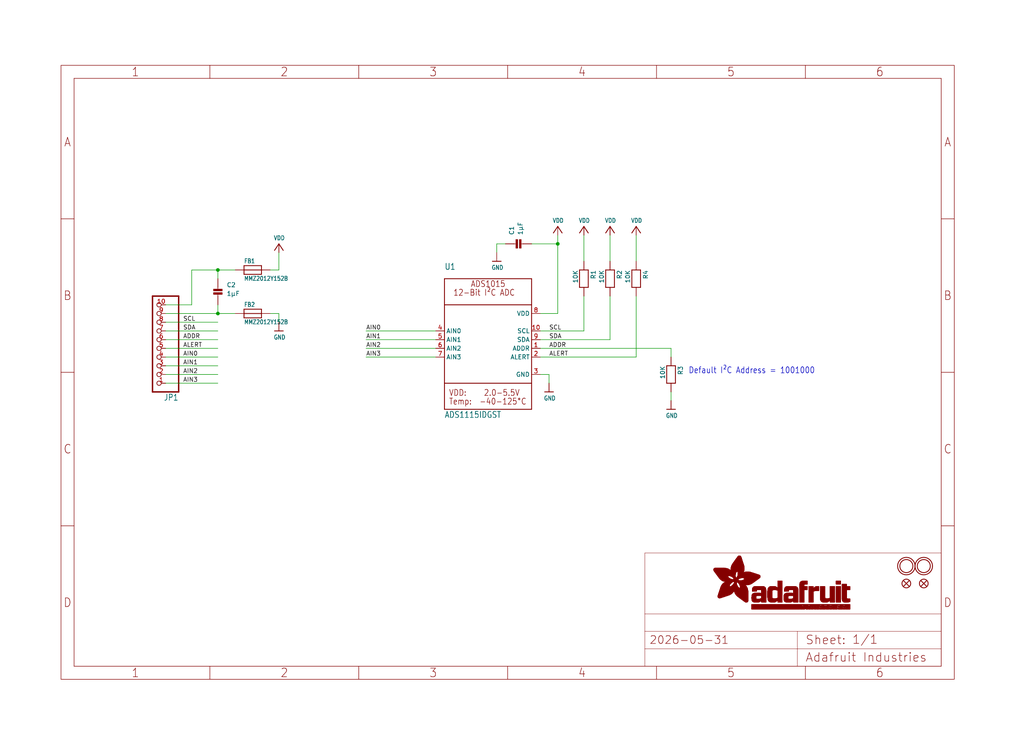
<source format=kicad_sch>
(kicad_sch (version 20231120) (generator "eeschema") (generator_version "8.0")
  (paper "User" 298.45 217.322)
  (lib_symbols
    (symbol "Adafruit_ADS1115_16Bit_I2C_ADC-eagle-import:microbuilder_ADC_ADS1015"
      (property "Reference" "U" (at -12.7 20.32 0))
      (symbol "microbuilder_ADC_ADS1015_1_0"
        (text "-40-125°C" (at -2.54 -19.05 0) (effects (font (size 1.778 1.5113)) (justify left bottom)))
        (text "12-Bit I²C ADC" (at -10.16 12.7 0) (effects (font (size 1.778 1.5113)) (justify left bottom)))
        (text "2.0-5.5V" (at -1.27 -16.51 0) (effects (font (size 1.778 1.5113)) (justify left bottom)))
        (text "ADS1015" (at -5.08 15.24 0) (effects (font (size 1.778 1.5113)) (justify left bottom)))
        (text "Temp:" (at -11.43 -19.05 0) (effects (font (size 1.778 1.5113)) (justify left bottom)))
        (text "VDD:" (at -11.43 -16.51 0) (effects (font (size 1.778 1.5113)) (justify left bottom)))
        (pin bidirectional line (at 15.24 -2.54 180) (length 2.54) (name "ADDR") (number "1"))
        (pin bidirectional line (at 15.24 2.54 180) (length 2.54) (name "SCL") (number "10"))
        (pin bidirectional line (at 15.24 -5.08 180) (length 2.54) (name "ALERT") (number "2"))
        (pin bidirectional line (at 15.24 -10.16 180) (length 2.54) (name "GND") (number "3"))
        (pin bidirectional line (at -15.24 2.54 0) (length 2.54) (name "AIN0") (number "4"))
        (pin bidirectional line (at -15.24 0 0) (length 2.54) (name "AIN1") (number "5"))
        (pin bidirectional line (at -15.24 -2.54 0) (length 2.54) (name "AIN2") (number "6"))
        (pin bidirectional line (at -15.24 -5.08 0) (length 2.54) (name "AIN3") (number "7"))
        (pin bidirectional line (at 15.24 7.62 180) (length 2.54) (name "VDD") (number "8"))
        (pin bidirectional line (at 15.24 0 180) (length 2.54) (name "SDA") (number "9"))
      )
    )
    (symbol "Adafruit_ADS1115_16Bit_I2C_ADC-eagle-import:microbuilder_CAP_CERAMIC0805"
      (property "Reference" "C" (at 2.54 2.54 0))
      (symbol "microbuilder_CAP_CERAMIC0805_1_0"
        (pin passive line (at 0 5.08 270) (length 2.54) (name "P$1") (number "1"))
        (pin passive line (at 0 -2.54 90) (length 2.54) (name "P$2") (number "2"))
      )
    )
    (symbol "Adafruit_ADS1115_16Bit_I2C_ADC-eagle-import:microbuilder_FERRITE0805"
      (property "Reference" "FB" (at -2.54 1.905 0))
      (symbol "microbuilder_FERRITE0805_1_0"
        (pin bidirectional line (at -5.08 0 0) (length 2.54) (name "P$1") (number "1"))
        (pin bidirectional line (at 5.08 0 180) (length 2.54) (name "P$2") (number "2"))
      )
    )
    (symbol "Adafruit_ADS1115_16Bit_I2C_ADC-eagle-import:microbuilder_FIDUCIAL{dblquote}{dblquote}")
    (symbol "Adafruit_ADS1115_16Bit_I2C_ADC-eagle-import:microbuilder_FRAME_A4_ADAFRUIT"
      (symbol "microbuilder_FRAME_A4_ADAFRUIT_1_0"
        (text "${#}/${##}" (at 230.505 10.16 0) (effects (font (size 2.54 2.54)) (justify left bottom)))
        (text "${CURRENT_DATE}" (at 171.45 10.16 0) (effects (font (size 2.286 2.286)) (justify left bottom)))
        (text "${PROJECTNAME}" (at 171.45 15.24 0) (effects (font (size 2.54 2.54)) (justify left bottom)))
        (text "1" (at 21.6958 1.905 0) (effects (font (size 2.54 2.286))))
        (text "1" (at 21.6958 177.165 0) (effects (font (size 2.54 2.286))))
        (text "2" (at 65.0875 1.905 0) (effects (font (size 2.54 2.286))))
        (text "2" (at 65.0875 177.165 0) (effects (font (size 2.54 2.286))))
        (text "3" (at 108.4792 1.905 0) (effects (font (size 2.54 2.286))))
        (text "3" (at 108.4792 177.165 0) (effects (font (size 2.54 2.286))))
        (text "4" (at 151.8708 1.905 0) (effects (font (size 2.54 2.286))))
        (text "4" (at 151.8708 177.165 0) (effects (font (size 2.54 2.286))))
        (text "5" (at 195.2625 1.905 0) (effects (font (size 2.54 2.286))))
        (text "5" (at 195.2625 177.165 0) (effects (font (size 2.54 2.286))))
        (text "6" (at 238.6542 1.905 0) (effects (font (size 2.54 2.286))))
        (text "6" (at 238.6542 177.165 0) (effects (font (size 2.54 2.286))))
        (text "A" (at 1.905 156.6863 0) (effects (font (size 2.54 2.286))))
        (text "A" (at 258.445 156.6863 0) (effects (font (size 2.54 2.286))))
        (text "Adafruit Industries" (at 216.916 4.953 0) (effects (font (size 2.54 2.54)) (justify left bottom)))
        (text "B" (at 1.905 111.9188 0) (effects (font (size 2.54 2.286))))
        (text "B" (at 258.445 111.9188 0) (effects (font (size 2.54 2.286))))
        (text "C" (at 1.905 67.1513 0) (effects (font (size 2.54 2.286))))
        (text "C" (at 258.445 67.1513 0) (effects (font (size 2.54 2.286))))
        (text "D" (at 1.905 22.3838 0) (effects (font (size 2.54 2.286))))
        (text "D" (at 258.445 22.3838 0) (effects (font (size 2.54 2.286))))
        (text "Sheet:" (at 216.916 10.033 0) (effects (font (size 2.54 2.54)) (justify left bottom)))
      )
    )
    (symbol "Adafruit_ADS1115_16Bit_I2C_ADC-eagle-import:microbuilder_GND" (power)
      (symbol "microbuilder_GND_1_0"
        (pin power_in line (at 0 2.54 270) (length 2.54) (name "GND") (number "1"))
      )
    )
    (symbol "Adafruit_ADS1115_16Bit_I2C_ADC-eagle-import:microbuilder_HEADER-1X1070MIL"
      (property "Reference" "JP" (at -6.35 13.335 0))
      (symbol "microbuilder_HEADER-1X1070MIL_1_0"
        (pin passive inverted (at -2.54 10.16 0) (length 2.54) (name "1") (number "1"))
        (pin passive inverted (at -2.54 -12.7 0) (length 2.54) (name "10") (number "10"))
        (pin passive inverted (at -2.54 7.62 0) (length 2.54) (name "2") (number "2"))
        (pin passive inverted (at -2.54 5.08 0) (length 2.54) (name "3") (number "3"))
        (pin passive inverted (at -2.54 2.54 0) (length 2.54) (name "4") (number "4"))
        (pin passive inverted (at -2.54 0 0) (length 2.54) (name "5") (number "5"))
        (pin passive inverted (at -2.54 -2.54 0) (length 2.54) (name "6") (number "6"))
        (pin passive inverted (at -2.54 -5.08 0) (length 2.54) (name "7") (number "7"))
        (pin passive inverted (at -2.54 -7.62 0) (length 2.54) (name "8") (number "8"))
        (pin passive inverted (at -2.54 -10.16 0) (length 2.54) (name "9") (number "9"))
      )
    )
    (symbol "Adafruit_ADS1115_16Bit_I2C_ADC-eagle-import:microbuilder_MOUNTINGHOLE2.5")
    (symbol "Adafruit_ADS1115_16Bit_I2C_ADC-eagle-import:microbuilder_RESISTOR0805"
      (property "Reference" "R" (at -2.54 2.032 0))
      (symbol "microbuilder_RESISTOR0805_1_0"
        (pin passive line (at -5.08 0 0) (length 2.54) (name "1") (number "1"))
        (pin passive line (at 5.08 0 180) (length 2.54) (name "2") (number "2"))
      )
    )
    (symbol "Adafruit_ADS1115_16Bit_I2C_ADC-eagle-import:microbuilder_VDD" (power)
      (symbol "microbuilder_VDD_1_0"
        (pin power_in line (at 0 0 90) (length 2.54) (name "VDD") (number "1"))
      )
    )
  )
  (junction (at 63.5 78.74))
  (junction (at 162.56 71.12))
  (junction (at 63.5 91.44))
  (wire (pts (xy 48.26 111.76) (xy 63.5 111.76)) (stroke (width 0.1524)))
  (wire (pts (xy 68.58 78.74) (xy 63.5 78.74)) (stroke (width 0.1524)))
  (wire (pts (xy 127 104.14) (xy 106.68 104.14)) (stroke (width 0.1524)))
  (wire (pts (xy 157.48 96.52) (xy 170.18 96.52)) (stroke (width 0.1524)))
  (wire (pts (xy 48.26 96.52) (xy 63.5 96.52)) (stroke (width 0.1524)))
  (wire (pts (xy 162.56 71.12) (xy 154.94 71.12)) (stroke (width 0.1524)))
  (wire (pts (xy 185.42 104.14) (xy 185.42 86.36)) (stroke (width 0.1524)))
  (wire (pts (xy 157.48 99.06) (xy 177.8 99.06)) (stroke (width 0.1524)))
  (wire (pts (xy 127 101.6) (xy 106.68 101.6)) (stroke (width 0.1524)))
  (wire (pts (xy 162.56 71.12) (xy 162.56 68.58)) (stroke (width 0.1524)))
  (wire (pts (xy 160.02 109.22) (xy 160.02 111.76)) (stroke (width 0.1524)))
  (wire (pts (xy 63.5 78.74) (xy 63.5 81.28)) (stroke (width 0.1524)))
  (wire (pts (xy 144.78 71.12) (xy 144.78 73.66)) (stroke (width 0.1524)))
  (wire (pts (xy 55.88 88.9) (xy 48.26 88.9)) (stroke (width 0.1524)))
  (wire (pts (xy 170.18 76.2) (xy 170.18 68.58)) (stroke (width 0.1524)))
  (wire (pts (xy 157.48 91.44) (xy 162.56 91.44)) (stroke (width 0.1524)))
  (wire (pts (xy 162.56 91.44) (xy 162.56 71.12)) (stroke (width 0.1524)))
  (wire (pts (xy 48.26 93.98) (xy 63.5 93.98)) (stroke (width 0.1524)))
  (wire (pts (xy 81.28 78.74) (xy 81.28 73.66)) (stroke (width 0.1524)))
  (wire (pts (xy 127 99.06) (xy 106.68 99.06)) (stroke (width 0.1524)))
  (wire (pts (xy 48.26 101.6) (xy 63.5 101.6)) (stroke (width 0.1524)))
  (wire (pts (xy 170.18 96.52) (xy 170.18 86.36)) (stroke (width 0.1524)))
  (wire (pts (xy 185.42 76.2) (xy 185.42 68.58)) (stroke (width 0.1524)))
  (wire (pts (xy 157.48 104.14) (xy 185.42 104.14)) (stroke (width 0.1524)))
  (wire (pts (xy 55.88 78.74) (xy 55.88 88.9)) (stroke (width 0.1524)))
  (wire (pts (xy 157.48 109.22) (xy 160.02 109.22)) (stroke (width 0.1524)))
  (wire (pts (xy 81.28 91.44) (xy 81.28 93.98)) (stroke (width 0.1524)))
  (wire (pts (xy 195.58 101.6) (xy 195.58 104.14)) (stroke (width 0.1524)))
  (wire (pts (xy 78.74 91.44) (xy 81.28 91.44)) (stroke (width 0.1524)))
  (wire (pts (xy 177.8 76.2) (xy 177.8 68.58)) (stroke (width 0.1524)))
  (wire (pts (xy 48.26 109.22) (xy 63.5 109.22)) (stroke (width 0.1524)))
  (wire (pts (xy 106.68 96.52) (xy 127 96.52)) (stroke (width 0.1524)))
  (wire (pts (xy 63.5 78.74) (xy 55.88 78.74)) (stroke (width 0.1524)))
  (wire (pts (xy 48.26 91.44) (xy 63.5 91.44)) (stroke (width 0.1524)))
  (wire (pts (xy 48.26 99.06) (xy 63.5 99.06)) (stroke (width 0.1524)))
  (wire (pts (xy 177.8 99.06) (xy 177.8 86.36)) (stroke (width 0.1524)))
  (wire (pts (xy 78.74 78.74) (xy 81.28 78.74)) (stroke (width 0.1524)))
  (wire (pts (xy 147.32 71.12) (xy 144.78 71.12)) (stroke (width 0.1524)))
  (wire (pts (xy 63.5 91.44) (xy 68.58 91.44)) (stroke (width 0.1524)))
  (wire (pts (xy 195.58 114.3) (xy 195.58 116.84)) (stroke (width 0.1524)))
  (wire (pts (xy 48.26 106.68) (xy 63.5 106.68)) (stroke (width 0.1524)))
  (wire (pts (xy 48.26 104.14) (xy 63.5 104.14)) (stroke (width 0.1524)))
  (wire (pts (xy 63.5 88.9) (xy 63.5 91.44)) (stroke (width 0.1524)))
  (wire (pts (xy 157.48 101.6) (xy 195.58 101.6)) (stroke (width 0.1524)))
  (text "Default I²C Address = 1001000" (at 200.66 109.22 0) (effects (font (size 1.778 1.5113)) (justify left bottom)))
  (label "ADDR" (at 53.34 99.06 0) (effects (font (size 1.2446 1.2446))))
  (label "ALERT" (at 160.02 104.14 0) (effects (font (size 1.2446 1.2446))))
  (label "AIN2" (at 106.68 101.6 0) (effects (font (size 1.2446 1.2446))))
  (label "SDA" (at 160.02 99.06 0) (effects (font (size 1.2446 1.2446))))
  (label "ADDR" (at 160.02 101.6 0) (effects (font (size 1.2446 1.2446))))
  (label "AIN2" (at 53.34 109.22 0) (effects (font (size 1.2446 1.2446))))
  (label "ALERT" (at 53.34 101.6 0) (effects (font (size 1.2446 1.2446))))
  (label "AIN1" (at 53.34 106.68 0) (effects (font (size 1.2446 1.2446))))
  (label "AIN1" (at 106.68 99.06 0) (effects (font (size 1.2446 1.2446))))
  (label "AIN0" (at 106.68 96.52 0) (effects (font (size 1.2446 1.2446))))
  (label "AIN3" (at 106.68 104.14 0) (effects (font (size 1.2446 1.2446))))
  (label "SCL" (at 53.34 93.98 0) (effects (font (size 1.2446 1.2446))))
  (label "SDA" (at 53.34 96.52 0) (effects (font (size 1.2446 1.2446))))
  (label "AIN0" (at 53.34 104.14 0) (effects (font (size 1.2446 1.2446))))
  (label "AIN3" (at 53.34 111.76 0) (effects (font (size 1.2446 1.2446))))
  (label "SCL" (at 160.02 96.52 0) (effects (font (size 1.2446 1.2446))))
  (symbol (lib_id "Adafruit_ADS1115_16Bit_I2C_ADC-eagle-import:microbuilder_FERRITE0805") (at 73.66 78.74 0) (unit 1)
    (property "Reference" "FB1" (at 71.12 76.835 0) (effects (font (size 1.27 1.0795)) (justify left bottom)))
    (property "Value" "MMZ2012Y152B" (at 71.12 81.915 0) (effects (font (size 1.27 1.0795)) (justify left bottom)))
    (property "Footprint" "Adafruit_ADS1115_16Bit_I2C_ADC:0805" (effects (hide yes)))
  )
  (symbol (lib_id "Adafruit_ADS1115_16Bit_I2C_ADC-eagle-import:microbuilder_GND") (at 195.58 119.38 0) (unit 1)
    (property "Reference" "#U$6" (effects (hide yes)))
    (property "Value" "GND" (at 194.056 121.92 0) (effects (font (size 1.27 1.0795)) (justify left bottom)))
  )
  (symbol (lib_id "Adafruit_ADS1115_16Bit_I2C_ADC-eagle-import:microbuilder_RESISTOR0805") (at 195.58 109.22 270) (unit 1)
    (property "Reference" "R3" (at 197.612 106.68 0) (effects (justify left bottom)))
    (property "Value" "10K" (at 192.405 106.68 0) (effects (justify left bottom)))
    (property "Footprint" "Adafruit_ADS1115_16Bit_I2C_ADC:0805" (effects (hide yes)))
  )
  (symbol (lib_id "Adafruit_ADS1115_16Bit_I2C_ADC-eagle-import:microbuilder_VDD") (at 177.8 68.58 0) (unit 1)
    (property "Reference" "#U$4" (effects (hide yes)))
    (property "Value" "VDD" (at 176.276 65.024 0) (effects (font (size 1.27 1.0795)) (justify left bottom)))
  )
  (symbol (lib_id "Adafruit_ADS1115_16Bit_I2C_ADC-eagle-import:microbuilder_GND") (at 144.78 76.2 0) (unit 1)
    (property "Reference" "#U$2" (effects (hide yes)))
    (property "Value" "GND" (at 143.256 78.74 0) (effects (font (size 1.27 1.0795)) (justify left bottom)))
  )
  (symbol (lib_id "Adafruit_ADS1115_16Bit_I2C_ADC-eagle-import:microbuilder_VDD") (at 170.18 68.58 0) (unit 1)
    (property "Reference" "#U$3" (effects (hide yes)))
    (property "Value" "VDD" (at 168.656 65.024 0) (effects (font (size 1.27 1.0795)) (justify left bottom)))
  )
  (symbol (lib_id "Adafruit_ADS1115_16Bit_I2C_ADC-eagle-import:microbuilder_RESISTOR0805") (at 177.8 81.28 270) (unit 1)
    (property "Reference" "R2" (at 179.832 78.74 0) (effects (justify left bottom)))
    (property "Value" "10K" (at 174.625 78.74 0) (effects (justify left bottom)))
    (property "Footprint" "Adafruit_ADS1115_16Bit_I2C_ADC:0805" (effects (hide yes)))
  )
  (symbol (lib_id "Adafruit_ADS1115_16Bit_I2C_ADC-eagle-import:microbuilder_FERRITE0805") (at 73.66 91.44 0) (unit 1)
    (property "Reference" "FB2" (at 71.12 89.535 0) (effects (font (size 1.27 1.0795)) (justify left bottom)))
    (property "Value" "MMZ2012Y152B" (at 71.12 94.615 0) (effects (font (size 1.27 1.0795)) (justify left bottom)))
    (property "Footprint" "Adafruit_ADS1115_16Bit_I2C_ADC:0805" (effects (hide yes)))
  )
  (symbol (lib_id "Adafruit_ADS1115_16Bit_I2C_ADC-eagle-import:microbuilder_VDD") (at 81.28 73.66 0) (unit 1)
    (property "Reference" "#U$11" (effects (hide yes)))
    (property "Value" "VDD" (at 79.756 70.104 0) (effects (font (size 1.27 1.0795)) (justify left bottom)))
  )
  (symbol (lib_id "Adafruit_ADS1115_16Bit_I2C_ADC-eagle-import:microbuilder_GND") (at 81.28 96.52 0) (unit 1)
    (property "Reference" "#U$12" (effects (hide yes)))
    (property "Value" "GND" (at 79.756 99.06 0) (effects (font (size 1.27 1.0795)) (justify left bottom)))
  )
  (symbol (lib_id "Adafruit_ADS1115_16Bit_I2C_ADC-eagle-import:microbuilder_HEADER-1X1070MIL") (at 45.72 101.6 180) (unit 1)
    (property "Reference" "JP1" (at 52.07 114.935 0) (effects (font (size 1.778 1.5113)) (justify left bottom)))
    (property "Value" "HEADER-1X1070MIL" (effects (hide yes)))
    (property "Footprint" "Adafruit_ADS1115_16Bit_I2C_ADC:1X10_ROUND70" (effects (hide yes)))
  )
  (symbol (lib_id "Adafruit_ADS1115_16Bit_I2C_ADC-eagle-import:microbuilder_FRAME_A4_ADAFRUIT") (at 17.78 198.12 0) (unit 1)
    (property "Reference" "#U$1" (effects (hide yes)))
    (property "Value" "FRAME_A4_ADAFRUIT" (effects (hide yes)))
  )
  (symbol (lib_id "Adafruit_ADS1115_16Bit_I2C_ADC-eagle-import:microbuilder_CAP_CERAMIC0805") (at 152.4 71.12 90) (unit 1)
    (property "Reference" "C1" (at 149.86 68.58 0) (effects (justify left bottom)))
    (property "Value" "1µF" (at 152.4 68.58 0) (effects (justify left bottom)))
    (property "Footprint" "Adafruit_ADS1115_16Bit_I2C_ADC:0805" (effects (hide yes)))
  )
  (symbol (lib_id "Adafruit_ADS1115_16Bit_I2C_ADC-eagle-import:microbuilder_MOUNTINGHOLE2.5") (at 269.24 165.1 0) (unit 1)
    (property "Reference" "U$13" (effects (hide yes)))
    (property "Value" "MOUNTINGHOLE2.5" (effects (hide yes)))
    (property "Footprint" "Adafruit_ADS1115_16Bit_I2C_ADC:MOUNTINGHOLE_2.5_PLATED" (effects (hide yes)))
  )
  (symbol (lib_id "Adafruit_ADS1115_16Bit_I2C_ADC-eagle-import:microbuilder_ADC_ADS1015") (at 142.24 99.06 0) (unit 1)
    (property "Reference" "U1" (at 129.54 78.74 0) (effects (font (size 1.778 1.5113)) (justify left bottom)))
    (property "Value" "ADS1115IDGST" (at 129.54 121.92 0) (effects (font (size 1.778 1.5113)) (justify left bottom)))
    (property "Footprint" "Adafruit_ADS1115_16Bit_I2C_ADC:MSOP10" (effects (hide yes)))
  )
  (symbol (lib_id "Adafruit_ADS1115_16Bit_I2C_ADC-eagle-import:microbuilder_GND") (at 160.02 114.3 0) (unit 1)
    (property "Reference" "#U$5" (effects (hide yes)))
    (property "Value" "GND" (at 158.496 116.84 0) (effects (font (size 1.27 1.0795)) (justify left bottom)))
  )
  (symbol (lib_id "Adafruit_ADS1115_16Bit_I2C_ADC-eagle-import:microbuilder_RESISTOR0805") (at 185.42 81.28 270) (unit 1)
    (property "Reference" "R4" (at 187.452 78.74 0) (effects (justify left bottom)))
    (property "Value" "10K" (at 182.245 78.74 0) (effects (justify left bottom)))
    (property "Footprint" "Adafruit_ADS1115_16Bit_I2C_ADC:0805" (effects (hide yes)))
  )
  (symbol (lib_id "Adafruit_ADS1115_16Bit_I2C_ADC-eagle-import:microbuilder_RESISTOR0805") (at 170.18 81.28 270) (unit 1)
    (property "Reference" "R1" (at 172.212 78.74 0) (effects (justify left bottom)))
    (property "Value" "10K" (at 167.005 78.74 0) (effects (justify left bottom)))
    (property "Footprint" "Adafruit_ADS1115_16Bit_I2C_ADC:0805" (effects (hide yes)))
  )
  (symbol (lib_id "Adafruit_ADS1115_16Bit_I2C_ADC-eagle-import:microbuilder_VDD") (at 162.56 68.58 0) (unit 1)
    (property "Reference" "#U$10" (effects (hide yes)))
    (property "Value" "VDD" (at 161.036 65.024 0) (effects (font (size 1.27 1.0795)) (justify left bottom)))
  )
  (symbol (lib_id "Adafruit_ADS1115_16Bit_I2C_ADC-eagle-import:microbuilder_VDD") (at 185.42 68.58 0) (unit 1)
    (property "Reference" "#U$8" (effects (hide yes)))
    (property "Value" "VDD" (at 183.896 65.024 0) (effects (font (size 1.27 1.0795)) (justify left bottom)))
  )
  (symbol (lib_id "Adafruit_ADS1115_16Bit_I2C_ADC-eagle-import:microbuilder_FIDUCIAL{dblquote}{dblquote}") (at 269.24 170.18 0) (unit 1)
    (property "Reference" "FID1" (effects (hide yes)))
    (property "Value" "FIDUCIAL{dblquote}{dblquote}" (effects (hide yes)))
    (property "Footprint" "Adafruit_ADS1115_16Bit_I2C_ADC:FIDUCIAL_1MM" (effects (hide yes)))
  )
  (symbol (lib_id "Adafruit_ADS1115_16Bit_I2C_ADC-eagle-import:microbuilder_CAP_CERAMIC0805") (at 63.5 86.36 0) (unit 1)
    (property "Reference" "C2" (at 66.04 83.82 0) (effects (justify left bottom)))
    (property "Value" "1µF" (at 66.04 86.36 0) (effects (justify left bottom)))
    (property "Footprint" "Adafruit_ADS1115_16Bit_I2C_ADC:0805" (effects (hide yes)))
  )
  (symbol (lib_id "Adafruit_ADS1115_16Bit_I2C_ADC-eagle-import:microbuilder_FIDUCIAL{dblquote}{dblquote}") (at 264.16 170.18 0) (unit 1)
    (property "Reference" "FID2" (effects (hide yes)))
    (property "Value" "FIDUCIAL{dblquote}{dblquote}" (effects (hide yes)))
    (property "Footprint" "Adafruit_ADS1115_16Bit_I2C_ADC:FIDUCIAL_1MM" (effects (hide yes)))
  )
  (symbol (lib_id "Adafruit_ADS1115_16Bit_I2C_ADC-eagle-import:microbuilder_MOUNTINGHOLE2.5") (at 264.16 165.1 0) (unit 1)
    (property "Reference" "U$14" (effects (hide yes)))
    (property "Value" "MOUNTINGHOLE2.5" (effects (hide yes)))
    (property "Footprint" "Adafruit_ADS1115_16Bit_I2C_ADC:MOUNTINGHOLE_2.5_PLATED" (effects (hide yes)))
  )
)
</source>
